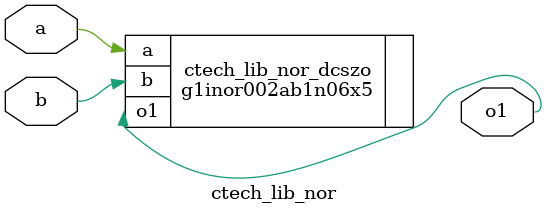
<source format=sv>

module ctech_lib_nor (
   input logic a,
   input logic b,
   output logic o1 );


  g1inor002ab1n06x5 ctech_lib_nor_dcszo (.a(a), .b(b), .o1(o1));

endmodule // ctech_lib_nor

</source>
